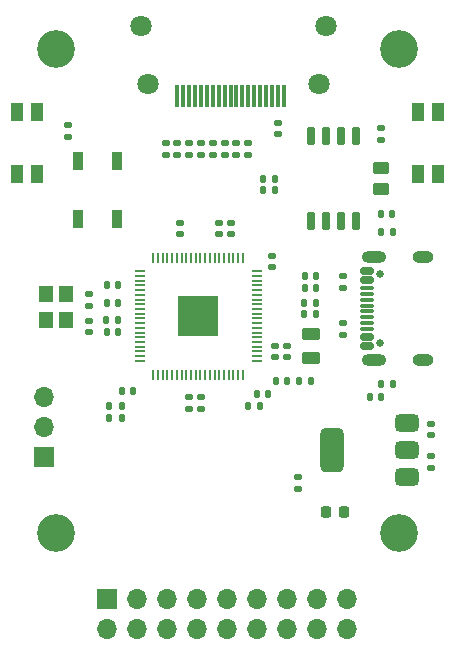
<source format=gbr>
%TF.GenerationSoftware,KiCad,Pcbnew,8.0.6*%
%TF.CreationDate,2025-04-24T20:36:05+02:00*%
%TF.ProjectId,Picroscope,50696372-6f73-4636-9f70-652e6b696361,rev?*%
%TF.SameCoordinates,Original*%
%TF.FileFunction,Soldermask,Top*%
%TF.FilePolarity,Negative*%
%FSLAX46Y46*%
G04 Gerber Fmt 4.6, Leading zero omitted, Abs format (unit mm)*
G04 Created by KiCad (PCBNEW 8.0.6) date 2025-04-24 20:36:05*
%MOMM*%
%LPD*%
G01*
G04 APERTURE LIST*
G04 Aperture macros list*
%AMRoundRect*
0 Rectangle with rounded corners*
0 $1 Rounding radius*
0 $2 $3 $4 $5 $6 $7 $8 $9 X,Y pos of 4 corners*
0 Add a 4 corners polygon primitive as box body*
4,1,4,$2,$3,$4,$5,$6,$7,$8,$9,$2,$3,0*
0 Add four circle primitives for the rounded corners*
1,1,$1+$1,$2,$3*
1,1,$1+$1,$4,$5*
1,1,$1+$1,$6,$7*
1,1,$1+$1,$8,$9*
0 Add four rect primitives between the rounded corners*
20,1,$1+$1,$2,$3,$4,$5,0*
20,1,$1+$1,$4,$5,$6,$7,0*
20,1,$1+$1,$6,$7,$8,$9,0*
20,1,$1+$1,$8,$9,$2,$3,0*%
G04 Aperture macros list end*
%ADD10RoundRect,0.250000X0.450000X-0.262500X0.450000X0.262500X-0.450000X0.262500X-0.450000X-0.262500X0*%
%ADD11RoundRect,0.140000X-0.140000X-0.170000X0.140000X-0.170000X0.140000X0.170000X-0.140000X0.170000X0*%
%ADD12RoundRect,0.140000X-0.170000X0.140000X-0.170000X-0.140000X0.170000X-0.140000X0.170000X0.140000X0*%
%ADD13RoundRect,0.135000X0.185000X-0.135000X0.185000X0.135000X-0.185000X0.135000X-0.185000X-0.135000X0*%
%ADD14C,3.200000*%
%ADD15RoundRect,0.050000X-0.050000X0.350000X-0.050000X-0.350000X0.050000X-0.350000X0.050000X0.350000X0*%
%ADD16RoundRect,0.050000X-0.350000X0.050000X-0.350000X-0.050000X0.350000X-0.050000X0.350000X0.050000X0*%
%ADD17R,3.400000X3.400000*%
%ADD18RoundRect,0.135000X0.135000X0.185000X-0.135000X0.185000X-0.135000X-0.185000X0.135000X-0.185000X0*%
%ADD19RoundRect,0.375000X0.625000X0.375000X-0.625000X0.375000X-0.625000X-0.375000X0.625000X-0.375000X0*%
%ADD20RoundRect,0.500000X0.500000X1.400000X-0.500000X1.400000X-0.500000X-1.400000X0.500000X-1.400000X0*%
%ADD21RoundRect,0.140000X0.140000X0.170000X-0.140000X0.170000X-0.140000X-0.170000X0.140000X-0.170000X0*%
%ADD22RoundRect,0.150000X-0.150000X0.650000X-0.150000X-0.650000X0.150000X-0.650000X0.150000X0.650000X0*%
%ADD23RoundRect,0.135000X-0.135000X-0.185000X0.135000X-0.185000X0.135000X0.185000X-0.135000X0.185000X0*%
%ADD24RoundRect,0.135000X-0.185000X0.135000X-0.185000X-0.135000X0.185000X-0.135000X0.185000X0.135000X0*%
%ADD25R,1.700000X1.700000*%
%ADD26O,1.700000X1.700000*%
%ADD27RoundRect,0.140000X0.170000X-0.140000X0.170000X0.140000X-0.170000X0.140000X-0.170000X-0.140000X0*%
%ADD28R,0.300000X1.900000*%
%ADD29C,1.800000*%
%ADD30R,1.000000X1.550000*%
%ADD31C,0.650000*%
%ADD32RoundRect,0.150000X0.425000X-0.150000X0.425000X0.150000X-0.425000X0.150000X-0.425000X-0.150000X0*%
%ADD33RoundRect,0.075000X0.500000X-0.075000X0.500000X0.075000X-0.500000X0.075000X-0.500000X-0.075000X0*%
%ADD34O,2.100000X1.000000*%
%ADD35O,1.800000X1.000000*%
%ADD36RoundRect,0.090000X0.360000X-0.660000X0.360000X0.660000X-0.360000X0.660000X-0.360000X-0.660000X0*%
%ADD37RoundRect,0.250000X-0.550000X-0.250000X0.550000X-0.250000X0.550000X0.250000X-0.550000X0.250000X0*%
%ADD38RoundRect,0.218750X0.218750X0.256250X-0.218750X0.256250X-0.218750X-0.256250X0.218750X-0.256250X0*%
%ADD39R,1.200000X1.400000*%
G04 APERTURE END LIST*
D10*
%TO.C,R2*%
X152500000Y-85912500D03*
X152500000Y-84087500D03*
%TD*%
D11*
%TO.C,C24*%
X142000000Y-103250000D03*
X142960000Y-103250000D03*
%TD*%
D12*
%TO.C,C3*%
X144541118Y-99175483D03*
X144541118Y-100135483D03*
%TD*%
D13*
%TO.C,R15*%
X137250000Y-83009999D03*
X137250000Y-81990001D03*
%TD*%
D14*
%TO.C,H1*%
X125000000Y-74000000D03*
%TD*%
D13*
%TO.C,R12*%
X134250000Y-83009999D03*
X134250000Y-81990001D03*
%TD*%
D15*
%TO.C,U1*%
X140800000Y-91687500D03*
X140400000Y-91687499D03*
X140000000Y-91687500D03*
X139600000Y-91687500D03*
X139199999Y-91687500D03*
X138800000Y-91687500D03*
X138400000Y-91687500D03*
X138000000Y-91687500D03*
X137600001Y-91687500D03*
X137200000Y-91687500D03*
X136800000Y-91687500D03*
X136399999Y-91687500D03*
X136000000Y-91687500D03*
X135600000Y-91687500D03*
X135200000Y-91687500D03*
X134800001Y-91687500D03*
X134400000Y-91687500D03*
X134000000Y-91687500D03*
X133600000Y-91687499D03*
X133200000Y-91687500D03*
D16*
X132050000Y-92837500D03*
X132049999Y-93237500D03*
X132050000Y-93637500D03*
X132050000Y-94037500D03*
X132050000Y-94437501D03*
X132050000Y-94837500D03*
X132050000Y-95237500D03*
X132050000Y-95637500D03*
X132050000Y-96037499D03*
X132050000Y-96437500D03*
X132050000Y-96837500D03*
X132050000Y-97237501D03*
X132050000Y-97637500D03*
X132050000Y-98037500D03*
X132050000Y-98437500D03*
X132050000Y-98837499D03*
X132050000Y-99237500D03*
X132050000Y-99637500D03*
X132049999Y-100037500D03*
X132050000Y-100437500D03*
D15*
X133200000Y-101587500D03*
X133600000Y-101587501D03*
X134000000Y-101587500D03*
X134400000Y-101587500D03*
X134800001Y-101587500D03*
X135200000Y-101587500D03*
X135600000Y-101587500D03*
X136000000Y-101587500D03*
X136399999Y-101587500D03*
X136800000Y-101587500D03*
X137200000Y-101587500D03*
X137600001Y-101587500D03*
X138000000Y-101587500D03*
X138400000Y-101587500D03*
X138800000Y-101587500D03*
X139199999Y-101587500D03*
X139600000Y-101587500D03*
X140000000Y-101587500D03*
X140400000Y-101587501D03*
X140800000Y-101587500D03*
D16*
X141950000Y-100437500D03*
X141950001Y-100037500D03*
X141950000Y-99637500D03*
X141950000Y-99237500D03*
X141950000Y-98837499D03*
X141950000Y-98437500D03*
X141950000Y-98037500D03*
X141950000Y-97637500D03*
X141950000Y-97237501D03*
X141950000Y-96837500D03*
X141950000Y-96437500D03*
X141950000Y-96037499D03*
X141950000Y-95637500D03*
X141950000Y-95237500D03*
X141950000Y-94837500D03*
X141950000Y-94437501D03*
X141950000Y-94037500D03*
X141950000Y-93637500D03*
X141950001Y-93237500D03*
X141950000Y-92837500D03*
D17*
X137000000Y-96637500D03*
%TD*%
D11*
%TO.C,C15*%
X146020000Y-93250000D03*
X146980000Y-93250000D03*
%TD*%
D13*
%TO.C,R19*%
X141250000Y-83009999D03*
X141250000Y-81990001D03*
%TD*%
D18*
%TO.C,R1*%
X146551117Y-102175483D03*
X145531119Y-102175483D03*
%TD*%
D19*
%TO.C,U3*%
X154650000Y-110300000D03*
X154649999Y-108000000D03*
D20*
X148350001Y-108000000D03*
D19*
X154650000Y-105700000D03*
%TD*%
D12*
%TO.C,C10*%
X156750000Y-108520000D03*
X156750000Y-109480000D03*
%TD*%
D21*
%TO.C,C1*%
X144521118Y-102175483D03*
X143561118Y-102175483D03*
%TD*%
D22*
%TO.C,U2*%
X150405000Y-81400000D03*
X149135000Y-81400000D03*
X147865000Y-81400000D03*
X146595000Y-81400000D03*
X146595000Y-88600000D03*
X147865000Y-88600000D03*
X149135000Y-88600000D03*
X150405000Y-88600000D03*
%TD*%
D23*
%TO.C,R7*%
X145990000Y-96500000D03*
X147010000Y-96500000D03*
%TD*%
D13*
%TO.C,R13*%
X135250000Y-83009999D03*
X135250000Y-81990001D03*
%TD*%
D21*
%TO.C,C22*%
X131480000Y-103000000D03*
X130520000Y-103000000D03*
%TD*%
%TO.C,C21*%
X130230000Y-94000000D03*
X129270000Y-94000000D03*
%TD*%
D11*
%TO.C,C25*%
X141250000Y-104250000D03*
X142210000Y-104250000D03*
%TD*%
D24*
%TO.C,R9*%
X149250000Y-93250000D03*
X149250000Y-94269998D03*
%TD*%
D25*
%TO.C,J4*%
X129300000Y-120625000D03*
D26*
X129300000Y-123165000D03*
X131840000Y-120625000D03*
X131840000Y-123165000D03*
X134379999Y-120625000D03*
X134380000Y-123165000D03*
X136920000Y-120625000D03*
X136920000Y-123165000D03*
X139460000Y-120625000D03*
X139460000Y-123165000D03*
X142000000Y-120625000D03*
X142000000Y-123165000D03*
X144540000Y-120625000D03*
X144540000Y-123165000D03*
X147080001Y-120625000D03*
X147080000Y-123165000D03*
X149620000Y-120625000D03*
X149620000Y-123165000D03*
%TD*%
D21*
%TO.C,C20*%
X130230000Y-95500000D03*
X129270000Y-95500000D03*
%TD*%
D27*
%TO.C,C13*%
X138750000Y-89730000D03*
X138750000Y-88770000D03*
%TD*%
D12*
%TO.C,C17*%
X136250000Y-103520000D03*
X136250000Y-104480000D03*
%TD*%
%TO.C,C5*%
X127750000Y-94790000D03*
X127750000Y-95750000D03*
%TD*%
D13*
%TO.C,R18*%
X140250000Y-83009999D03*
X140250000Y-81990001D03*
%TD*%
D28*
%TO.C,J3*%
X135250000Y-78000000D03*
X135750000Y-78000000D03*
X136250000Y-77999999D03*
X136750000Y-78000000D03*
X137250000Y-78000000D03*
X137750000Y-78000000D03*
X138250000Y-78000000D03*
X138750000Y-77999999D03*
X139250000Y-78000000D03*
X139750000Y-78000000D03*
X140250000Y-78000000D03*
X140750000Y-78000000D03*
X141250000Y-77999999D03*
X141750000Y-78000000D03*
X142250000Y-78000000D03*
X142750000Y-78000000D03*
X143250000Y-78000000D03*
X143750000Y-77999999D03*
X144250000Y-78000000D03*
D29*
X147850000Y-72100000D03*
X147250000Y-77000000D03*
X132750000Y-77000000D03*
X132150000Y-72100000D03*
%TD*%
D13*
%TO.C,R16*%
X138250000Y-83009999D03*
X138250000Y-81990001D03*
%TD*%
D12*
%TO.C,C8*%
X156750000Y-105770000D03*
X156750000Y-106730000D03*
%TD*%
D13*
%TO.C,R4*%
X126000000Y-81509999D03*
X126000000Y-80490001D03*
%TD*%
D27*
%TO.C,C19*%
X139750000Y-89730000D03*
X139750000Y-88770000D03*
%TD*%
D11*
%TO.C,C14*%
X146020000Y-94250000D03*
X146980000Y-94250000D03*
%TD*%
D18*
%TO.C,R20*%
X143519998Y-86000000D03*
X142500000Y-86000000D03*
%TD*%
%TO.C,R23*%
X130519998Y-105250000D03*
X129500000Y-105250000D03*
%TD*%
D11*
%TO.C,C4*%
X152500000Y-88000000D03*
X153460000Y-88000000D03*
%TD*%
D18*
%TO.C,R22*%
X130519998Y-104250000D03*
X129500000Y-104250000D03*
%TD*%
D14*
%TO.C,H2*%
X154000000Y-74000000D03*
%TD*%
D27*
%TO.C,C6*%
X127750000Y-97980000D03*
X127750000Y-97020000D03*
%TD*%
D23*
%TO.C,R6*%
X145990000Y-95500000D03*
X147010000Y-95500000D03*
%TD*%
D14*
%TO.C,H4*%
X154000000Y-115000000D03*
%TD*%
D30*
%TO.C,SW2*%
X121650000Y-84625000D03*
X121650000Y-79375000D03*
X123350000Y-84625000D03*
X123350000Y-79375000D03*
%TD*%
D12*
%TO.C,C11*%
X137250000Y-103520000D03*
X137250000Y-104480000D03*
%TD*%
D18*
%TO.C,R10*%
X153509999Y-89500000D03*
X152490001Y-89500000D03*
%TD*%
D13*
%TO.C,R17*%
X139250000Y-83009999D03*
X139250000Y-81990001D03*
%TD*%
D30*
%TO.C,SW1*%
X157350000Y-79375000D03*
X157350000Y-84625000D03*
X155650000Y-79375000D03*
X155650000Y-84625000D03*
%TD*%
D13*
%TO.C,R8*%
X149250000Y-98259999D03*
X149250000Y-97240001D03*
%TD*%
D31*
%TO.C,J1*%
X152395000Y-98890000D03*
X152395000Y-93110000D03*
D32*
X151320000Y-99200000D03*
X151320000Y-98400000D03*
D33*
X151320001Y-97250000D03*
X151320000Y-96250000D03*
X151320000Y-95750000D03*
X151320001Y-94750000D03*
D32*
X151320000Y-93600000D03*
X151320000Y-92800000D03*
X151320000Y-92800000D03*
X151320000Y-93600000D03*
D33*
X151320000Y-94250000D03*
X151320000Y-95250000D03*
X151320000Y-96750000D03*
X151320000Y-97750000D03*
D32*
X151320000Y-98400000D03*
X151320000Y-99200000D03*
D34*
X151895000Y-100320000D03*
D35*
X156075000Y-100320000D03*
D34*
X151895000Y-91680000D03*
D35*
X156075000Y-91680000D03*
%TD*%
D13*
%TO.C,R14*%
X136250000Y-83009999D03*
X136250000Y-81990001D03*
%TD*%
D14*
%TO.C,H3*%
X125000000Y-115000000D03*
%TD*%
D18*
%TO.C,R5*%
X130259999Y-97000000D03*
X129240001Y-97000000D03*
%TD*%
D27*
%TO.C,C16*%
X143250000Y-92480000D03*
X143250000Y-91520000D03*
%TD*%
D21*
%TO.C,C12*%
X130230000Y-98000000D03*
X129270000Y-98000000D03*
%TD*%
D13*
%TO.C,R11*%
X145500000Y-111259999D03*
X145500000Y-110240001D03*
%TD*%
D36*
%TO.C,D2*%
X126850000Y-88450000D03*
X130150000Y-88450000D03*
X130150000Y-83550000D03*
X126850000Y-83550000D03*
%TD*%
D12*
%TO.C,C2*%
X143541118Y-99175483D03*
X143541118Y-100135483D03*
%TD*%
D37*
%TO.C,L1*%
X146541118Y-98175483D03*
X146541118Y-100175483D03*
%TD*%
D25*
%TO.C,J2*%
X123975000Y-108540000D03*
D26*
X123975000Y-106000000D03*
X123975000Y-103460001D03*
%TD*%
D27*
%TO.C,C23*%
X143750000Y-81230000D03*
X143750000Y-80270000D03*
%TD*%
D11*
%TO.C,C7*%
X152520000Y-102400000D03*
X153480000Y-102400000D03*
%TD*%
D38*
%TO.C,D1*%
X149387501Y-113250000D03*
X147812499Y-113250000D03*
%TD*%
D11*
%TO.C,C9*%
X151520000Y-103500000D03*
X152480000Y-103500000D03*
%TD*%
D39*
%TO.C,Y1*%
X125850000Y-97000000D03*
X125850000Y-94800000D03*
X124150000Y-94800000D03*
X124150000Y-97000000D03*
%TD*%
D13*
%TO.C,R3*%
X152500000Y-81759999D03*
X152500000Y-80740001D03*
%TD*%
D27*
%TO.C,C18*%
X135500000Y-89730000D03*
X135500000Y-88770000D03*
%TD*%
D18*
%TO.C,R21*%
X143519998Y-85000000D03*
X142500000Y-85000000D03*
%TD*%
M02*

</source>
